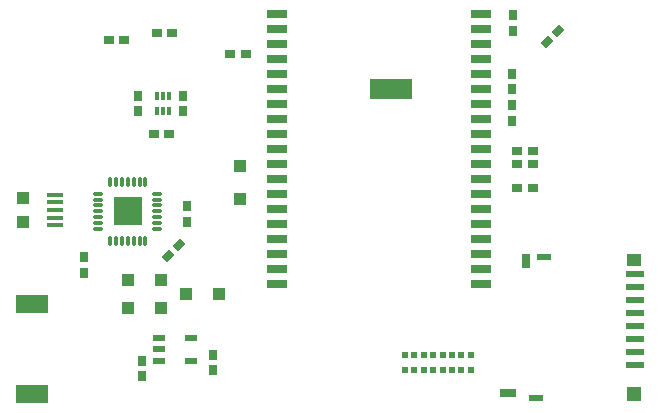
<source format=gbr>
G04 DipTrace 3.3.1.3*
G04 BottomPaste.gbr*
%MOMM*%
G04 #@! TF.FileFunction,Paste,Bot*
G04 #@! TF.Part,Single*
%AMOUTLINE0*
4,1,4,
-0.0707,-0.5657,
-0.5657,-0.0707,
0.0707,0.5657,
0.5657,0.0707,
-0.0707,-0.5657,
0*%
%ADD18R,0.7X0.9*%
%ADD19R,0.9X0.7*%
%ADD31R,1.0X1.0*%
%ADD35R,1.35X0.4*%
%ADD39R,0.3X0.67*%
%ADD40R,0.55X0.5*%
%ADD47R,3.68X1.68*%
%ADD49O,0.85X0.3*%
%ADD50O,0.3X0.85*%
%ADD52R,2.4X2.4*%
%ADD54R,1.1X0.6*%
%ADD80R,1.8X0.7*%
%ADD82R,2.8X1.5*%
%ADD100R,0.8X1.25*%
%ADD102R,1.3X0.6*%
%ADD104R,1.2X0.6*%
%ADD106R,1.35X0.8*%
%ADD108R,1.3X1.3*%
%ADD110R,1.3X1.1*%
%ADD112R,1.55X0.5*%
%ADD122OUTLINE0*%
%FSLAX35Y35*%
G04*
G71*
G90*
G75*
G01*
G04 BotPaste*
%LPD*%
D18*
X5286257Y6683257D3*
Y6813257D3*
X2111260Y6000633D3*
Y6130633D3*
D19*
X5448087Y5549167D3*
X5318087D3*
X5319543Y5350567D3*
X5449543D3*
D18*
X2524003Y5064007D3*
Y5194007D3*
X1650880Y4762380D3*
Y4632380D3*
X2143007Y3889257D3*
Y3759257D3*
X2746257Y3936880D3*
Y3806880D3*
D31*
X2301757Y4571880D3*
X2021757D3*
X2301757Y4333757D3*
X2021757D3*
X2511853Y4453663D3*
X2791853D3*
X2968507Y5540257D3*
Y5260257D3*
D112*
X6318133Y4619507D3*
Y4509407D3*
Y4399507D3*
X6318167Y4289440D3*
Y4179440D3*
Y4069473D3*
Y3959440D3*
X6318133Y3849507D3*
D110*
X6306133Y4739407D3*
D108*
Y3604407D3*
D106*
X5237667Y3610440D3*
D104*
X5480667Y3569473D3*
D102*
X5545733Y4764407D3*
D100*
X5395733Y4732507D3*
D35*
X1404713Y5033883D3*
Y5098883D3*
Y5163883D3*
Y5228883D3*
Y5293883D3*
D31*
X1134713Y5063883D3*
Y5263883D3*
D39*
X2270006Y6127633D3*
X2320006D3*
X2370006D3*
Y6002633D3*
X2320006D3*
X2270006D3*
D18*
X5270380Y5921257D3*
Y6051257D3*
Y6318130D3*
Y6188130D3*
D19*
X2368547Y5804617D3*
X2238547D3*
D18*
X2492257Y6000633D3*
Y6130633D3*
D19*
X5448007Y5667257D3*
X5318007D3*
X1861803Y6599717D3*
X1991803D3*
D122*
X2365257Y4778257D3*
X2457183Y4870183D3*
X5665487Y6680743D3*
X5573560Y6588817D3*
D19*
X2267243Y6665247D3*
X2397243D3*
X2888703Y6485123D3*
X3018703D3*
D40*
X4365507Y3936880D3*
X4445507D3*
X4525507D3*
X4605507D3*
X4685507D3*
X4765507D3*
X4845507D3*
X4925507D3*
Y3806880D3*
X4845507D3*
X4765507D3*
X4685507D3*
X4605507D3*
X4525507D3*
X4445507D3*
X4365507D3*
D82*
X1212003Y4365263D3*
Y3603263D3*
D80*
X5008923Y6819107D3*
X5009923Y6692107D3*
Y6565107D3*
Y6438107D3*
Y6311107D3*
Y6184107D3*
Y6057107D3*
Y5930107D3*
Y5803107D3*
Y5676107D3*
Y5549107D3*
Y5422107D3*
Y5295107D3*
Y5168107D3*
X3287717Y5169073D3*
Y5296073D3*
Y5423073D3*
Y5550070D3*
Y5677073D3*
Y4534073D3*
Y4661073D3*
Y4788073D3*
Y4915073D3*
Y5042073D3*
X3287723Y5803207D3*
Y5930207D3*
Y6057207D3*
Y6184207D3*
Y6311207D3*
Y6438207D3*
Y6565207D3*
Y6692207D3*
Y6819207D3*
D47*
X4246923Y6188907D3*
D80*
X5009913Y5041970D3*
Y4914970D3*
Y4787970D3*
Y4660970D3*
Y4533970D3*
D49*
X2270003Y5302130D3*
Y5252130D3*
Y5202130D3*
Y5152130D3*
Y5102130D3*
Y5052130D3*
Y5002130D3*
D50*
X2170003Y4902130D3*
X2120003D3*
X2070003D3*
X2020003D3*
X1970003D3*
X1920003D3*
X1870003D3*
D49*
X1770003Y5002130D3*
Y5052130D3*
Y5102130D3*
Y5152130D3*
Y5202130D3*
Y5252130D3*
Y5302130D3*
D50*
X1870003Y5402130D3*
X1920003D3*
X1970003D3*
X2020003D3*
X2070003D3*
X2120003D3*
X2170003D3*
D52*
X2020003Y5152130D3*
D54*
X2285880Y3889257D3*
Y3984257D3*
Y4079257D3*
X2555880D3*
Y3889257D3*
M02*

</source>
